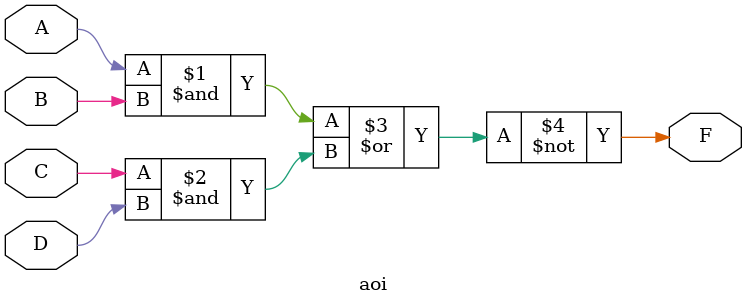
<source format=v>
module aoi (input A, B, C, D, output F);
  assign F = ~((A & B) | (C & D));
endmodule

</source>
